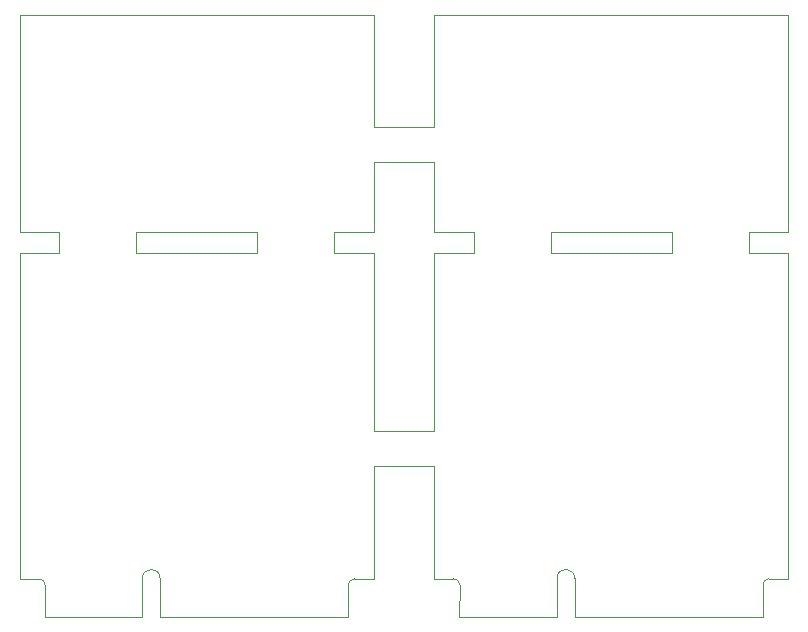
<source format=gbr>
%TF.GenerationSoftware,KiCad,Pcbnew,(5.1.9)-1*%
%TF.CreationDate,2021-06-29T00:03:32+02:00*%
%TF.ProjectId,mPCIE_to_CAN,6d504349-455f-4746-9f5f-43414e2e6b69,rev?*%
%TF.SameCoordinates,Original*%
%TF.FileFunction,Profile,NP*%
%FSLAX46Y46*%
G04 Gerber Fmt 4.6, Leading zero omitted, Abs format (unit mm)*
G04 Created by KiCad (PCBNEW (5.1.9)-1) date 2021-06-29 00:03:32*
%MOMM*%
%LPD*%
G01*
G04 APERTURE LIST*
%TA.AperFunction,Profile*%
%ADD10C,0.050000*%
%TD*%
G04 APERTURE END LIST*
D10*
X201211180Y-53086000D02*
X201218800Y-68170800D01*
X201218800Y-71170800D02*
X201211180Y-80695800D01*
X206298800Y-71170800D02*
X206310240Y-80693400D01*
X206284840Y-53091460D02*
X206298800Y-68170800D01*
X201218800Y-45443400D02*
X201211180Y-51316000D01*
X201218800Y-42443400D02*
X201211180Y-32946000D01*
X206298800Y-45443400D02*
X206298800Y-51313600D01*
X206298800Y-42443400D02*
X206310240Y-32943600D01*
X206298800Y-71170800D02*
X201218800Y-71170800D01*
X206298800Y-68170800D02*
X201218800Y-68170800D01*
X206298800Y-45443400D02*
X201218800Y-45443400D01*
X206298800Y-42443400D02*
X201218800Y-42443400D01*
X236310180Y-32943600D02*
X206310240Y-32943600D01*
X206298800Y-51313600D02*
X209647800Y-51313600D01*
X236310180Y-51313600D02*
X236310180Y-32943600D01*
X236310180Y-53083600D02*
X232965000Y-53083600D01*
X232965000Y-51313600D02*
X232965000Y-53083600D01*
X236310180Y-51313600D02*
X232965000Y-51313600D01*
X226437200Y-53083600D02*
X216175600Y-53083600D01*
X226437200Y-51313600D02*
X226437200Y-53083600D01*
X226437200Y-51313600D02*
X216175600Y-51313600D01*
X216175600Y-51313600D02*
X216175600Y-53083600D01*
X209647800Y-51313600D02*
X209647800Y-53094260D01*
X209647800Y-53094260D02*
X206310240Y-53094260D01*
X206310240Y-80693400D02*
X207961240Y-80691240D01*
X216709000Y-83893800D02*
X216709000Y-80642600D01*
X218207600Y-83893800D02*
X218207600Y-80642600D01*
X216709000Y-83893800D02*
X208459080Y-83893800D01*
X234658800Y-80693780D02*
X236310180Y-80693400D01*
X234158800Y-81193780D02*
G75*
G02*
X234658800Y-80693780I500000J0D01*
G01*
X236310180Y-80693400D02*
X236310180Y-53083600D01*
X207961240Y-80691240D02*
G75*
G02*
X208461240Y-81191240I0J-500000D01*
G01*
X216709000Y-80642600D02*
G75*
G02*
X218207600Y-80642600I749300J0D01*
G01*
X234158800Y-81193780D02*
X234158800Y-83893800D01*
X234158800Y-83893800D02*
X218207600Y-83893800D01*
X208459080Y-83893800D02*
X208461240Y-81191240D01*
X201211180Y-51316000D02*
X197866000Y-51316000D01*
X201211180Y-53086000D02*
X197866000Y-53086000D01*
X191338200Y-53086000D02*
X181076600Y-53086000D01*
X191338200Y-51316000D02*
X181076600Y-51316000D01*
X171211240Y-32946000D02*
X171221400Y-51316000D01*
X171221400Y-51316000D02*
X174548800Y-51316000D01*
X197866000Y-51316000D02*
X197866000Y-53086000D01*
X191338200Y-51316000D02*
X191338200Y-53086000D01*
X181076600Y-51316000D02*
X181076600Y-53086000D01*
X174548800Y-51316000D02*
X174548800Y-53096660D01*
X201211180Y-32946000D02*
X171211240Y-32946000D01*
X172862240Y-80693640D02*
G75*
G02*
X173362240Y-81193640I0J-500000D01*
G01*
X199059800Y-81196180D02*
G75*
G02*
X199559800Y-80696180I500000J0D01*
G01*
X181610000Y-80645000D02*
G75*
G02*
X183108600Y-80645000I749300J0D01*
G01*
X199059800Y-81196180D02*
X199059800Y-83896200D01*
X199059800Y-83896200D02*
X183108600Y-83896200D01*
X199559800Y-80696180D02*
X201211180Y-80695800D01*
X174548800Y-53096660D02*
X171211240Y-53096660D01*
X171211240Y-80695800D02*
X171211240Y-53096660D01*
X171211240Y-80695800D02*
X172862240Y-80693640D01*
X173360080Y-83896200D02*
X173362240Y-81193640D01*
X181610000Y-83896200D02*
X181610000Y-80645000D01*
X181610000Y-83896200D02*
X173360080Y-83896200D01*
X183108600Y-83896200D02*
X183108600Y-80645000D01*
M02*

</source>
